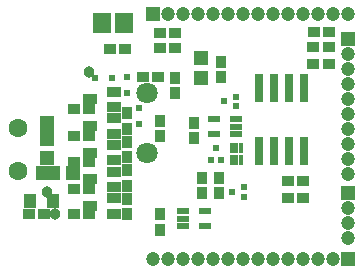
<source format=gts>
%FSDAX25Y25*%
%MOIN*%
%SFA1B1*%

%IPPOS*%
%ADD65R,0.016660X0.035560*%
%ADD66R,0.035560X0.043430*%
%ADD67R,0.043430X0.035560*%
%ADD68R,0.044220X0.023750*%
%ADD69R,0.023750X0.023750*%
%ADD70R,0.041470X0.047370*%
%ADD71R,0.041470X0.047370*%
%ADD72R,0.023750X0.023750*%
%ADD73R,0.047370X0.035560*%
%ADD74R,0.051310X0.047370*%
%ADD75R,0.047370X0.051310*%
%ADD76R,0.047370X0.098550*%
%ADD77R,0.059180X0.067060*%
%ADD78R,0.031620X0.094610*%
%ADD79R,0.047370X0.047370*%
%ADD80C,0.047370*%
%ADD81R,0.047370X0.047370*%
%ADD82C,0.038000*%
%ADD83C,0.070990*%
%ADD84C,0.063000*%
%LNmoo1.1-1*%
%LPD*%
G54D65*
X0309075Y0365580D03*
X0307500D03*
X0305925D03*
Y0361821D03*
X0307500D03*
X0309075D03*
G54D66*
X0282000Y0338541D03*
Y0343659D03*
X0293500Y0368941D03*
Y0374059D03*
X0301800Y0350741D03*
X0296200Y0355859D03*
X0301800D03*
X0282000Y0369641D03*
Y0374759D03*
X0271100Y0372141D03*
Y0377259D03*
Y0362641D03*
Y0367759D03*
Y0343641D03*
Y0348759D03*
Y0353141D03*
Y0358259D03*
X0302400Y0389441D03*
Y0394559D03*
X0287200Y0389059D03*
Y0383941D03*
X0296200Y0350741D03*
G54D67*
X0324641Y0354600D03*
X0329759D03*
X0243559Y0343600D03*
X0238441D03*
X0338259Y0393600D03*
X0333141D03*
X0338259Y0399300D03*
X0333141D03*
X0287159Y0404200D03*
Y0399000D03*
X0281559Y0389500D03*
X0276441D03*
X0258559Y0378700D03*
X0253441D03*
X0258559Y0369800D03*
X0253441D03*
X0258559Y0361100D03*
X0253441D03*
X0258559Y0352200D03*
X0253441D03*
X0258559Y0343600D03*
X0253441D03*
X0282041Y0399000D03*
Y0404200D03*
X0333441Y0404500D03*
X0338559D03*
X0324741Y0349200D03*
X0329859D03*
X0265441Y0398700D03*
X0270559D03*
G54D68*
X0297240Y0344759D03*
X0289760D03*
Y0342200D03*
Y0339641D03*
X0297240D03*
X0307540Y0370241D03*
Y0372800D03*
X0300060Y0375359D03*
Y0370241D03*
X0307540Y0375359D03*
G54D69*
X0310068Y0349425D03*
Y0352575D03*
X0306132Y0351000D03*
X0307469Y0379725D03*
X0303532Y0381300D03*
X0307469Y0382875D03*
X0260488Y0389000D03*
X0266000D03*
G54D70*
X0242600Y0357524D03*
X0238860Y0348076D03*
G54D71*
X0246340Y0348076D03*
G54D72*
X0299225Y0361831D03*
X0275000Y0379112D03*
Y0373600D03*
X0271000Y0384000D03*
Y0389512D03*
X0300800Y0365769D03*
X0302375Y0361831D03*
G54D73*
X0258765Y0382000D03*
X0266835Y0384559D03*
Y0379441D03*
X0258765Y0373100D03*
X0266835Y0375659D03*
Y0370541D03*
X0258765Y0364200D03*
X0266835Y0366759D03*
Y0361641D03*
X0258765Y0355300D03*
X0266835Y0357859D03*
Y0352741D03*
X0258765Y0346400D03*
X0266835Y0348959D03*
Y0343841D03*
G54D74*
X0246354Y0357500D03*
X0253046D03*
G54D75*
X0244300Y0362291D03*
X0295700Y0395746D03*
Y0389054D03*
G54D76*
X0244300Y0371346D03*
G54D77*
X0270240Y0407500D03*
X0262760D03*
G54D78*
X0314950Y0385764D03*
X0319950D03*
X0324950D03*
X0329950D03*
X0314950Y0364586D03*
X0319950D03*
X0324950D03*
X0329950D03*
G54D79*
X0344900Y0402100D03*
Y0350600D03*
G54D80*
X0344900Y0397100D03*
Y0392100D03*
Y0387100D03*
Y0382100D03*
Y0377100D03*
Y0372100D03*
Y0367100D03*
Y0362100D03*
Y0357100D03*
Y0345600D03*
Y0340600D03*
Y0335600D03*
X0279900Y0328600D03*
X0284900D03*
X0289900D03*
X0294900D03*
X0299900D03*
X0304900D03*
X0309900D03*
X0314900D03*
X0319900D03*
X0324900D03*
X0329900D03*
X0334900D03*
X0339900D03*
X0284900Y0410500D03*
X0289900D03*
X0294900D03*
X0299900D03*
X0304900D03*
X0309900D03*
X0314900D03*
X0319900D03*
X0324900D03*
X0329900D03*
X0334900D03*
X0339900D03*
X0344900D03*
G54D81*
X0344900Y0328600D03*
X0279900Y0410500D03*
G54D82*
X0244500Y0351200D03*
X0247000Y0343600D03*
X0258300Y0391000D03*
G54D83*
X0277800Y0364061D03*
Y0384139D03*
G54D84*
X0234800Y0372371D03*
Y0358229D03*
M02*
</source>
